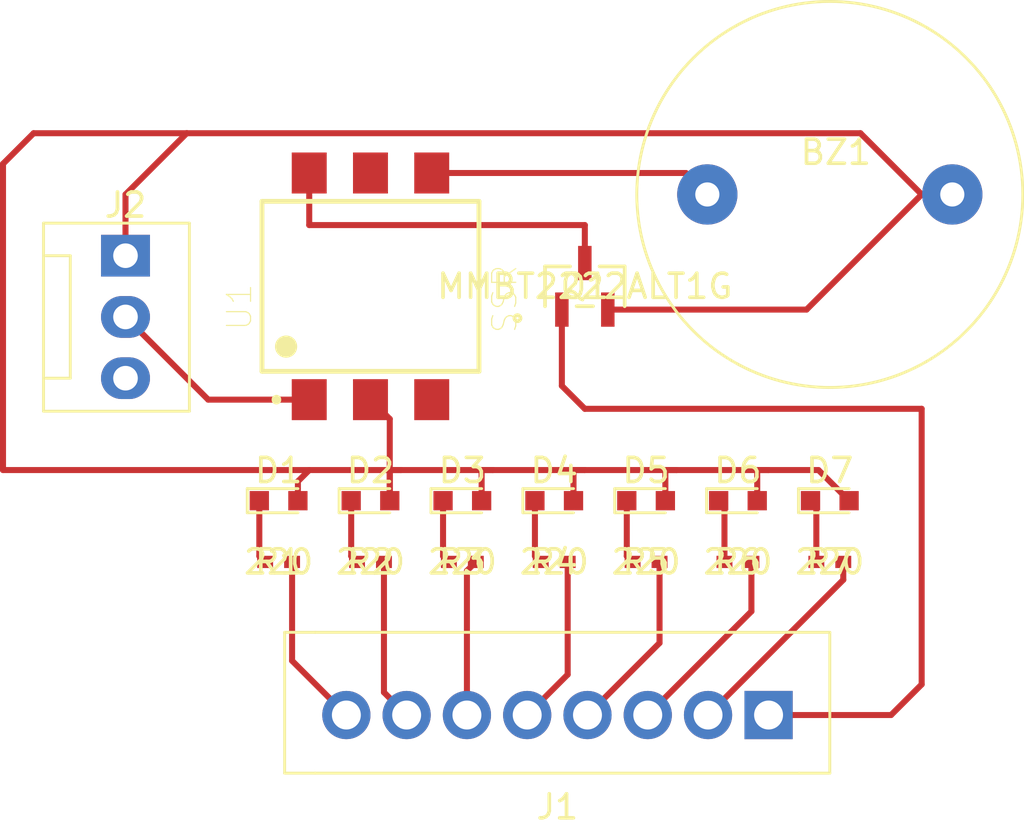
<source format=kicad_pcb>
(kicad_pcb (version 4) (host pcbnew 4.0.6)

  (general
    (links 28)
    (no_connects 0)
    (area 0 0 0 0)
    (thickness 1.6)
    (drawings 3)
    (tracks 73)
    (zones 0)
    (modules 19)
    (nets 23)
  )

  (page A4)
  (layers
    (0 F.Cu signal)
    (31 B.Cu signal)
    (32 B.Adhes user)
    (33 F.Adhes user)
    (34 B.Paste user)
    (35 F.Paste user)
    (36 B.SilkS user)
    (37 F.SilkS user)
    (38 B.Mask user)
    (39 F.Mask user)
    (40 Dwgs.User user)
    (41 Cmts.User user)
    (42 Eco1.User user)
    (43 Eco2.User user)
    (44 Edge.Cuts user)
    (45 Margin user)
    (46 B.CrtYd user)
    (47 F.CrtYd user)
    (48 B.Fab user)
    (49 F.Fab user hide)
  )

  (setup
    (last_trace_width 0.25)
    (trace_clearance 0.2)
    (zone_clearance 0.508)
    (zone_45_only no)
    (trace_min 0.2)
    (segment_width 0.2)
    (edge_width 0.15)
    (via_size 0.6)
    (via_drill 0.4)
    (via_min_size 0.4)
    (via_min_drill 0.3)
    (uvia_size 0.3)
    (uvia_drill 0.1)
    (uvias_allowed no)
    (uvia_min_size 0.2)
    (uvia_min_drill 0.1)
    (pcb_text_width 0.3)
    (pcb_text_size 1.5 1.5)
    (mod_edge_width 0.15)
    (mod_text_size 1 1)
    (mod_text_width 0.15)
    (pad_size 1.524 1.524)
    (pad_drill 0.762)
    (pad_to_mask_clearance 0.2)
    (aux_axis_origin 0 0)
    (visible_elements FFFFFF7F)
    (pcbplotparams
      (layerselection 0x00030_80000001)
      (usegerberextensions false)
      (excludeedgelayer true)
      (linewidth 0.100000)
      (plotframeref false)
      (viasonmask false)
      (mode 1)
      (useauxorigin false)
      (hpglpennumber 1)
      (hpglpenspeed 20)
      (hpglpendiameter 15)
      (hpglpenoverlay 2)
      (psnegative false)
      (psa4output false)
      (plotreference true)
      (plotvalue true)
      (plotinvisibletext false)
      (padsonsilk false)
      (subtractmaskfromsilk false)
      (outputformat 1)
      (mirror false)
      (drillshape 1)
      (scaleselection 1)
      (outputdirectory ""))
  )

  (net 0 "")
  (net 1 GND)
  (net 2 /buzzer)
  (net 3 "Net-(D1-Pad1)")
  (net 4 "Net-(D2-Pad1)")
  (net 5 "Net-(D3-Pad1)")
  (net 6 "Net-(D4-Pad1)")
  (net 7 "Net-(D5-Pad1)")
  (net 8 "Net-(D6-Pad1)")
  (net 9 "Net-(D7-Pad1)")
  (net 10 /A7)
  (net 11 /A6)
  (net 12 /A5)
  (net 13 /A4)
  (net 14 /A3)
  (net 15 /A2)
  (net 16 /A1)
  (net 17 /A0)
  (net 18 /24V)
  (net 19 "Net-(J2-Pad3)")
  (net 20 /Collector)
  (net 21 "Net-(U1-Pad3)")
  (net 22 "Net-(U1-Pad5)")

  (net_class Default "This is the default net class."
    (clearance 0.2)
    (trace_width 0.25)
    (via_dia 0.6)
    (via_drill 0.4)
    (uvia_dia 0.3)
    (uvia_drill 0.1)
    (add_net /24V)
    (add_net /A0)
    (add_net /A1)
    (add_net /A2)
    (add_net /A3)
    (add_net /A4)
    (add_net /A5)
    (add_net /A6)
    (add_net /A7)
    (add_net /Collector)
    (add_net /buzzer)
    (add_net GND)
    (add_net "Net-(D1-Pad1)")
    (add_net "Net-(D2-Pad1)")
    (add_net "Net-(D3-Pad1)")
    (add_net "Net-(D4-Pad1)")
    (add_net "Net-(D5-Pad1)")
    (add_net "Net-(D6-Pad1)")
    (add_net "Net-(D7-Pad1)")
    (add_net "Net-(J2-Pad3)")
    (add_net "Net-(U1-Pad3)")
    (add_net "Net-(U1-Pad5)")
  )

  (module Buzzers_Beepers:BUZZER (layer F.Cu) (tedit 0) (tstamp 59701129)
    (at 185.42 90.17)
    (path /596D4EEB)
    (fp_text reference BZ1 (at 0.24892 -1.75006) (layer F.SilkS)
      (effects (font (size 1 1) (thickness 0.15)))
    )
    (fp_text value Buzzer (at 0 1.50114) (layer F.Fab)
      (effects (font (size 1 1) (thickness 0.15)))
    )
    (fp_circle (center 0 0) (end 8.001 0.24892) (layer F.SilkS) (width 0.12))
    (pad 2 thru_hole circle (at 5.08 0) (size 2.49936 2.49936) (drill 1.00076) (layers *.Cu *.Mask)
      (net 1 GND))
    (pad 1 thru_hole circle (at -5.08 0) (size 2.49936 2.49936) (drill 1.00076) (layers *.Cu *.Mask)
      (net 2 /buzzer))
  )

  (module LEDs:LED_0603 (layer F.Cu) (tedit 57FE93A5) (tstamp 5970112F)
    (at 162.56 102.87)
    (descr "LED 0603 smd package")
    (tags "LED led 0603 SMD smd SMT smt smdled SMDLED smtled SMTLED")
    (path /596D1E1C)
    (attr smd)
    (fp_text reference D1 (at 0 -1.25) (layer F.SilkS)
      (effects (font (size 1 1) (thickness 0.15)))
    )
    (fp_text value LED (at 0 1.35) (layer F.Fab)
      (effects (font (size 1 1) (thickness 0.15)))
    )
    (fp_line (start -1.3 -0.5) (end -1.3 0.5) (layer F.SilkS) (width 0.12))
    (fp_line (start -0.2 -0.2) (end -0.2 0.2) (layer F.Fab) (width 0.1))
    (fp_line (start -0.15 0) (end 0.15 -0.2) (layer F.Fab) (width 0.1))
    (fp_line (start 0.15 0.2) (end -0.15 0) (layer F.Fab) (width 0.1))
    (fp_line (start 0.15 -0.2) (end 0.15 0.2) (layer F.Fab) (width 0.1))
    (fp_line (start 0.8 0.4) (end -0.8 0.4) (layer F.Fab) (width 0.1))
    (fp_line (start 0.8 -0.4) (end 0.8 0.4) (layer F.Fab) (width 0.1))
    (fp_line (start -0.8 -0.4) (end 0.8 -0.4) (layer F.Fab) (width 0.1))
    (fp_line (start -0.8 0.4) (end -0.8 -0.4) (layer F.Fab) (width 0.1))
    (fp_line (start -1.3 0.5) (end 0.8 0.5) (layer F.SilkS) (width 0.12))
    (fp_line (start -1.3 -0.5) (end 0.8 -0.5) (layer F.SilkS) (width 0.12))
    (fp_line (start 1.45 -0.65) (end 1.45 0.65) (layer F.CrtYd) (width 0.05))
    (fp_line (start 1.45 0.65) (end -1.45 0.65) (layer F.CrtYd) (width 0.05))
    (fp_line (start -1.45 0.65) (end -1.45 -0.65) (layer F.CrtYd) (width 0.05))
    (fp_line (start -1.45 -0.65) (end 1.45 -0.65) (layer F.CrtYd) (width 0.05))
    (pad 2 smd rect (at 0.8 0 180) (size 0.8 0.8) (layers F.Cu F.Paste F.Mask)
      (net 1 GND))
    (pad 1 smd rect (at -0.8 0 180) (size 0.8 0.8) (layers F.Cu F.Paste F.Mask)
      (net 3 "Net-(D1-Pad1)"))
    (model ${KISYS3DMOD}/LEDs.3dshapes/LED_0603.wrl
      (at (xyz 0 0 0))
      (scale (xyz 1 1 1))
      (rotate (xyz 0 0 180))
    )
  )

  (module LEDs:LED_0603 (layer F.Cu) (tedit 57FE93A5) (tstamp 59701135)
    (at 166.37 102.87)
    (descr "LED 0603 smd package")
    (tags "LED led 0603 SMD smd SMT smt smdled SMDLED smtled SMTLED")
    (path /596D20A6)
    (attr smd)
    (fp_text reference D2 (at 0 -1.25) (layer F.SilkS)
      (effects (font (size 1 1) (thickness 0.15)))
    )
    (fp_text value LED (at 0 1.35) (layer F.Fab)
      (effects (font (size 1 1) (thickness 0.15)))
    )
    (fp_line (start -1.3 -0.5) (end -1.3 0.5) (layer F.SilkS) (width 0.12))
    (fp_line (start -0.2 -0.2) (end -0.2 0.2) (layer F.Fab) (width 0.1))
    (fp_line (start -0.15 0) (end 0.15 -0.2) (layer F.Fab) (width 0.1))
    (fp_line (start 0.15 0.2) (end -0.15 0) (layer F.Fab) (width 0.1))
    (fp_line (start 0.15 -0.2) (end 0.15 0.2) (layer F.Fab) (width 0.1))
    (fp_line (start 0.8 0.4) (end -0.8 0.4) (layer F.Fab) (width 0.1))
    (fp_line (start 0.8 -0.4) (end 0.8 0.4) (layer F.Fab) (width 0.1))
    (fp_line (start -0.8 -0.4) (end 0.8 -0.4) (layer F.Fab) (width 0.1))
    (fp_line (start -0.8 0.4) (end -0.8 -0.4) (layer F.Fab) (width 0.1))
    (fp_line (start -1.3 0.5) (end 0.8 0.5) (layer F.SilkS) (width 0.12))
    (fp_line (start -1.3 -0.5) (end 0.8 -0.5) (layer F.SilkS) (width 0.12))
    (fp_line (start 1.45 -0.65) (end 1.45 0.65) (layer F.CrtYd) (width 0.05))
    (fp_line (start 1.45 0.65) (end -1.45 0.65) (layer F.CrtYd) (width 0.05))
    (fp_line (start -1.45 0.65) (end -1.45 -0.65) (layer F.CrtYd) (width 0.05))
    (fp_line (start -1.45 -0.65) (end 1.45 -0.65) (layer F.CrtYd) (width 0.05))
    (pad 2 smd rect (at 0.8 0 180) (size 0.8 0.8) (layers F.Cu F.Paste F.Mask)
      (net 1 GND))
    (pad 1 smd rect (at -0.8 0 180) (size 0.8 0.8) (layers F.Cu F.Paste F.Mask)
      (net 4 "Net-(D2-Pad1)"))
    (model ${KISYS3DMOD}/LEDs.3dshapes/LED_0603.wrl
      (at (xyz 0 0 0))
      (scale (xyz 1 1 1))
      (rotate (xyz 0 0 180))
    )
  )

  (module LEDs:LED_0603 (layer F.Cu) (tedit 57FE93A5) (tstamp 5970113B)
    (at 170.18 102.87)
    (descr "LED 0603 smd package")
    (tags "LED led 0603 SMD smd SMT smt smdled SMDLED smtled SMTLED")
    (path /596D219F)
    (attr smd)
    (fp_text reference D3 (at 0 -1.25) (layer F.SilkS)
      (effects (font (size 1 1) (thickness 0.15)))
    )
    (fp_text value LED (at 0 1.35) (layer F.Fab)
      (effects (font (size 1 1) (thickness 0.15)))
    )
    (fp_line (start -1.3 -0.5) (end -1.3 0.5) (layer F.SilkS) (width 0.12))
    (fp_line (start -0.2 -0.2) (end -0.2 0.2) (layer F.Fab) (width 0.1))
    (fp_line (start -0.15 0) (end 0.15 -0.2) (layer F.Fab) (width 0.1))
    (fp_line (start 0.15 0.2) (end -0.15 0) (layer F.Fab) (width 0.1))
    (fp_line (start 0.15 -0.2) (end 0.15 0.2) (layer F.Fab) (width 0.1))
    (fp_line (start 0.8 0.4) (end -0.8 0.4) (layer F.Fab) (width 0.1))
    (fp_line (start 0.8 -0.4) (end 0.8 0.4) (layer F.Fab) (width 0.1))
    (fp_line (start -0.8 -0.4) (end 0.8 -0.4) (layer F.Fab) (width 0.1))
    (fp_line (start -0.8 0.4) (end -0.8 -0.4) (layer F.Fab) (width 0.1))
    (fp_line (start -1.3 0.5) (end 0.8 0.5) (layer F.SilkS) (width 0.12))
    (fp_line (start -1.3 -0.5) (end 0.8 -0.5) (layer F.SilkS) (width 0.12))
    (fp_line (start 1.45 -0.65) (end 1.45 0.65) (layer F.CrtYd) (width 0.05))
    (fp_line (start 1.45 0.65) (end -1.45 0.65) (layer F.CrtYd) (width 0.05))
    (fp_line (start -1.45 0.65) (end -1.45 -0.65) (layer F.CrtYd) (width 0.05))
    (fp_line (start -1.45 -0.65) (end 1.45 -0.65) (layer F.CrtYd) (width 0.05))
    (pad 2 smd rect (at 0.8 0 180) (size 0.8 0.8) (layers F.Cu F.Paste F.Mask)
      (net 1 GND))
    (pad 1 smd rect (at -0.8 0 180) (size 0.8 0.8) (layers F.Cu F.Paste F.Mask)
      (net 5 "Net-(D3-Pad1)"))
    (model ${KISYS3DMOD}/LEDs.3dshapes/LED_0603.wrl
      (at (xyz 0 0 0))
      (scale (xyz 1 1 1))
      (rotate (xyz 0 0 180))
    )
  )

  (module LEDs:LED_0603 (layer F.Cu) (tedit 57FE93A5) (tstamp 59701141)
    (at 173.99 102.87)
    (descr "LED 0603 smd package")
    (tags "LED led 0603 SMD smd SMT smt smdled SMDLED smtled SMTLED")
    (path /596D223A)
    (attr smd)
    (fp_text reference D4 (at 0 -1.25) (layer F.SilkS)
      (effects (font (size 1 1) (thickness 0.15)))
    )
    (fp_text value LED (at 0 1.35) (layer F.Fab)
      (effects (font (size 1 1) (thickness 0.15)))
    )
    (fp_line (start -1.3 -0.5) (end -1.3 0.5) (layer F.SilkS) (width 0.12))
    (fp_line (start -0.2 -0.2) (end -0.2 0.2) (layer F.Fab) (width 0.1))
    (fp_line (start -0.15 0) (end 0.15 -0.2) (layer F.Fab) (width 0.1))
    (fp_line (start 0.15 0.2) (end -0.15 0) (layer F.Fab) (width 0.1))
    (fp_line (start 0.15 -0.2) (end 0.15 0.2) (layer F.Fab) (width 0.1))
    (fp_line (start 0.8 0.4) (end -0.8 0.4) (layer F.Fab) (width 0.1))
    (fp_line (start 0.8 -0.4) (end 0.8 0.4) (layer F.Fab) (width 0.1))
    (fp_line (start -0.8 -0.4) (end 0.8 -0.4) (layer F.Fab) (width 0.1))
    (fp_line (start -0.8 0.4) (end -0.8 -0.4) (layer F.Fab) (width 0.1))
    (fp_line (start -1.3 0.5) (end 0.8 0.5) (layer F.SilkS) (width 0.12))
    (fp_line (start -1.3 -0.5) (end 0.8 -0.5) (layer F.SilkS) (width 0.12))
    (fp_line (start 1.45 -0.65) (end 1.45 0.65) (layer F.CrtYd) (width 0.05))
    (fp_line (start 1.45 0.65) (end -1.45 0.65) (layer F.CrtYd) (width 0.05))
    (fp_line (start -1.45 0.65) (end -1.45 -0.65) (layer F.CrtYd) (width 0.05))
    (fp_line (start -1.45 -0.65) (end 1.45 -0.65) (layer F.CrtYd) (width 0.05))
    (pad 2 smd rect (at 0.8 0 180) (size 0.8 0.8) (layers F.Cu F.Paste F.Mask)
      (net 1 GND))
    (pad 1 smd rect (at -0.8 0 180) (size 0.8 0.8) (layers F.Cu F.Paste F.Mask)
      (net 6 "Net-(D4-Pad1)"))
    (model ${KISYS3DMOD}/LEDs.3dshapes/LED_0603.wrl
      (at (xyz 0 0 0))
      (scale (xyz 1 1 1))
      (rotate (xyz 0 0 180))
    )
  )

  (module LEDs:LED_0603 (layer F.Cu) (tedit 57FE93A5) (tstamp 59701147)
    (at 177.8 102.87)
    (descr "LED 0603 smd package")
    (tags "LED led 0603 SMD smd SMT smt smdled SMDLED smtled SMTLED")
    (path /596D2295)
    (attr smd)
    (fp_text reference D5 (at 0 -1.25) (layer F.SilkS)
      (effects (font (size 1 1) (thickness 0.15)))
    )
    (fp_text value LED (at 0 1.35) (layer F.Fab)
      (effects (font (size 1 1) (thickness 0.15)))
    )
    (fp_line (start -1.3 -0.5) (end -1.3 0.5) (layer F.SilkS) (width 0.12))
    (fp_line (start -0.2 -0.2) (end -0.2 0.2) (layer F.Fab) (width 0.1))
    (fp_line (start -0.15 0) (end 0.15 -0.2) (layer F.Fab) (width 0.1))
    (fp_line (start 0.15 0.2) (end -0.15 0) (layer F.Fab) (width 0.1))
    (fp_line (start 0.15 -0.2) (end 0.15 0.2) (layer F.Fab) (width 0.1))
    (fp_line (start 0.8 0.4) (end -0.8 0.4) (layer F.Fab) (width 0.1))
    (fp_line (start 0.8 -0.4) (end 0.8 0.4) (layer F.Fab) (width 0.1))
    (fp_line (start -0.8 -0.4) (end 0.8 -0.4) (layer F.Fab) (width 0.1))
    (fp_line (start -0.8 0.4) (end -0.8 -0.4) (layer F.Fab) (width 0.1))
    (fp_line (start -1.3 0.5) (end 0.8 0.5) (layer F.SilkS) (width 0.12))
    (fp_line (start -1.3 -0.5) (end 0.8 -0.5) (layer F.SilkS) (width 0.12))
    (fp_line (start 1.45 -0.65) (end 1.45 0.65) (layer F.CrtYd) (width 0.05))
    (fp_line (start 1.45 0.65) (end -1.45 0.65) (layer F.CrtYd) (width 0.05))
    (fp_line (start -1.45 0.65) (end -1.45 -0.65) (layer F.CrtYd) (width 0.05))
    (fp_line (start -1.45 -0.65) (end 1.45 -0.65) (layer F.CrtYd) (width 0.05))
    (pad 2 smd rect (at 0.8 0 180) (size 0.8 0.8) (layers F.Cu F.Paste F.Mask)
      (net 1 GND))
    (pad 1 smd rect (at -0.8 0 180) (size 0.8 0.8) (layers F.Cu F.Paste F.Mask)
      (net 7 "Net-(D5-Pad1)"))
    (model ${KISYS3DMOD}/LEDs.3dshapes/LED_0603.wrl
      (at (xyz 0 0 0))
      (scale (xyz 1 1 1))
      (rotate (xyz 0 0 180))
    )
  )

  (module LEDs:LED_0603 (layer F.Cu) (tedit 57FE93A5) (tstamp 5970114D)
    (at 181.61 102.87)
    (descr "LED 0603 smd package")
    (tags "LED led 0603 SMD smd SMT smt smdled SMDLED smtled SMTLED")
    (path /596D22EE)
    (attr smd)
    (fp_text reference D6 (at 0 -1.25) (layer F.SilkS)
      (effects (font (size 1 1) (thickness 0.15)))
    )
    (fp_text value LED (at 0 1.35) (layer F.Fab)
      (effects (font (size 1 1) (thickness 0.15)))
    )
    (fp_line (start -1.3 -0.5) (end -1.3 0.5) (layer F.SilkS) (width 0.12))
    (fp_line (start -0.2 -0.2) (end -0.2 0.2) (layer F.Fab) (width 0.1))
    (fp_line (start -0.15 0) (end 0.15 -0.2) (layer F.Fab) (width 0.1))
    (fp_line (start 0.15 0.2) (end -0.15 0) (layer F.Fab) (width 0.1))
    (fp_line (start 0.15 -0.2) (end 0.15 0.2) (layer F.Fab) (width 0.1))
    (fp_line (start 0.8 0.4) (end -0.8 0.4) (layer F.Fab) (width 0.1))
    (fp_line (start 0.8 -0.4) (end 0.8 0.4) (layer F.Fab) (width 0.1))
    (fp_line (start -0.8 -0.4) (end 0.8 -0.4) (layer F.Fab) (width 0.1))
    (fp_line (start -0.8 0.4) (end -0.8 -0.4) (layer F.Fab) (width 0.1))
    (fp_line (start -1.3 0.5) (end 0.8 0.5) (layer F.SilkS) (width 0.12))
    (fp_line (start -1.3 -0.5) (end 0.8 -0.5) (layer F.SilkS) (width 0.12))
    (fp_line (start 1.45 -0.65) (end 1.45 0.65) (layer F.CrtYd) (width 0.05))
    (fp_line (start 1.45 0.65) (end -1.45 0.65) (layer F.CrtYd) (width 0.05))
    (fp_line (start -1.45 0.65) (end -1.45 -0.65) (layer F.CrtYd) (width 0.05))
    (fp_line (start -1.45 -0.65) (end 1.45 -0.65) (layer F.CrtYd) (width 0.05))
    (pad 2 smd rect (at 0.8 0 180) (size 0.8 0.8) (layers F.Cu F.Paste F.Mask)
      (net 1 GND))
    (pad 1 smd rect (at -0.8 0 180) (size 0.8 0.8) (layers F.Cu F.Paste F.Mask)
      (net 8 "Net-(D6-Pad1)"))
    (model ${KISYS3DMOD}/LEDs.3dshapes/LED_0603.wrl
      (at (xyz 0 0 0))
      (scale (xyz 1 1 1))
      (rotate (xyz 0 0 180))
    )
  )

  (module LEDs:LED_0603 (layer F.Cu) (tedit 57FE93A5) (tstamp 59701153)
    (at 185.42 102.87)
    (descr "LED 0603 smd package")
    (tags "LED led 0603 SMD smd SMT smt smdled SMDLED smtled SMTLED")
    (path /596D233D)
    (attr smd)
    (fp_text reference D7 (at 0 -1.25) (layer F.SilkS)
      (effects (font (size 1 1) (thickness 0.15)))
    )
    (fp_text value LED (at 0 1.35) (layer F.Fab)
      (effects (font (size 1 1) (thickness 0.15)))
    )
    (fp_line (start -1.3 -0.5) (end -1.3 0.5) (layer F.SilkS) (width 0.12))
    (fp_line (start -0.2 -0.2) (end -0.2 0.2) (layer F.Fab) (width 0.1))
    (fp_line (start -0.15 0) (end 0.15 -0.2) (layer F.Fab) (width 0.1))
    (fp_line (start 0.15 0.2) (end -0.15 0) (layer F.Fab) (width 0.1))
    (fp_line (start 0.15 -0.2) (end 0.15 0.2) (layer F.Fab) (width 0.1))
    (fp_line (start 0.8 0.4) (end -0.8 0.4) (layer F.Fab) (width 0.1))
    (fp_line (start 0.8 -0.4) (end 0.8 0.4) (layer F.Fab) (width 0.1))
    (fp_line (start -0.8 -0.4) (end 0.8 -0.4) (layer F.Fab) (width 0.1))
    (fp_line (start -0.8 0.4) (end -0.8 -0.4) (layer F.Fab) (width 0.1))
    (fp_line (start -1.3 0.5) (end 0.8 0.5) (layer F.SilkS) (width 0.12))
    (fp_line (start -1.3 -0.5) (end 0.8 -0.5) (layer F.SilkS) (width 0.12))
    (fp_line (start 1.45 -0.65) (end 1.45 0.65) (layer F.CrtYd) (width 0.05))
    (fp_line (start 1.45 0.65) (end -1.45 0.65) (layer F.CrtYd) (width 0.05))
    (fp_line (start -1.45 0.65) (end -1.45 -0.65) (layer F.CrtYd) (width 0.05))
    (fp_line (start -1.45 -0.65) (end 1.45 -0.65) (layer F.CrtYd) (width 0.05))
    (pad 2 smd rect (at 0.8 0 180) (size 0.8 0.8) (layers F.Cu F.Paste F.Mask)
      (net 1 GND))
    (pad 1 smd rect (at -0.8 0 180) (size 0.8 0.8) (layers F.Cu F.Paste F.Mask)
      (net 9 "Net-(D7-Pad1)"))
    (model ${KISYS3DMOD}/LEDs.3dshapes/LED_0603.wrl
      (at (xyz 0 0 0))
      (scale (xyz 1 1 1))
      (rotate (xyz 0 0 180))
    )
  )

  (module Connectors:Wafer_Vertical22.5x5.8x7RM2.5-8 (layer F.Cu) (tedit 556C2AC9) (tstamp 5970115F)
    (at 182.88 111.76 180)
    (descr "Gold-Tek vertical wafer connector with 2.5mm pitch")
    (tags "wafer connector vertical")
    (path /59700BBF)
    (fp_text reference J1 (at 8.76 -3.81 180) (layer F.SilkS)
      (effects (font (size 1 1) (thickness 0.15)))
    )
    (fp_text value CONN_01X08 (at 8.76 5.08 180) (layer F.Fab)
      (effects (font (size 1 1) (thickness 0.15)))
    )
    (fp_line (start -2.75 -2.75) (end 20.3 -2.75) (layer F.CrtYd) (width 0.05))
    (fp_line (start 20.3 -2.75) (end 20.3 3.8) (layer F.CrtYd) (width 0.05))
    (fp_line (start 20.3 3.8) (end -2.75 3.8) (layer F.CrtYd) (width 0.05))
    (fp_line (start -2.75 3.8) (end -2.75 -2.75) (layer F.CrtYd) (width 0.05))
    (fp_line (start -1.27 -2.41) (end -2.54 -2.41) (layer F.SilkS) (width 0.12))
    (fp_line (start -2.54 -2.41) (end -2.54 3.43) (layer F.SilkS) (width 0.12))
    (fp_line (start -2.54 3.43) (end -1.27 3.43) (layer F.SilkS) (width 0.12))
    (fp_line (start 18.8 -2.41) (end 20.07 -2.41) (layer F.SilkS) (width 0.12))
    (fp_line (start 18.8 3.43) (end 20.07 3.43) (layer F.SilkS) (width 0.12))
    (fp_line (start 20.07 -2.41) (end 20.07 3.43) (layer F.SilkS) (width 0.12))
    (fp_line (start -1.27 3.43) (end 18.8 3.43) (layer F.SilkS) (width 0.12))
    (fp_line (start 18.8 -2.41) (end -1.27 -2.41) (layer F.SilkS) (width 0.12))
    (pad 1 thru_hole rect (at 0 0 180) (size 2 2) (drill 1.2) (layers *.Cu *.Mask)
      (net 10 /A7))
    (pad 2 thru_hole circle (at 2.51 0 180) (size 2 2) (drill 1.2) (layers *.Cu *.Mask)
      (net 11 /A6))
    (pad 3 thru_hole circle (at 5.01 0 180) (size 2 2) (drill 1.2) (layers *.Cu *.Mask)
      (net 12 /A5))
    (pad 4 thru_hole circle (at 7.51 0 180) (size 2 2) (drill 1.2) (layers *.Cu *.Mask)
      (net 13 /A4))
    (pad 5 thru_hole circle (at 10.01 0 180) (size 2 2) (drill 1.2) (layers *.Cu *.Mask)
      (net 14 /A3))
    (pad 6 thru_hole circle (at 12.51 0 180) (size 2 2) (drill 1.2) (layers *.Cu *.Mask)
      (net 15 /A2))
    (pad 7 thru_hole circle (at 15.01 0 180) (size 2 2) (drill 1.2) (layers *.Cu *.Mask)
      (net 16 /A1))
    (pad 8 thru_hole circle (at 17.51 0 180) (size 2 2) (drill 1.2) (layers *.Cu *.Mask)
      (net 17 /A0))
    (model Connectors.3dshapes/Wafer_Vertical22.5x5.8x7RM2.5-8.wrl
      (at (xyz 0 0 0))
      (scale (xyz 4 4 4))
      (rotate (xyz 0 0 0))
    )
  )

  (module Connectors:Fan_Pin_Header_Straight_1x03 (layer F.Cu) (tedit 58130A41) (tstamp 59701166)
    (at 156.21 92.71)
    (descr "3-pin CPU fan Through hole pin header")
    (tags "pin header 3-pin CPU fan")
    (path /59701DD9)
    (fp_text reference J2 (at 0 -2.1) (layer F.SilkS)
      (effects (font (size 1 1) (thickness 0.15)))
    )
    (fp_text value CONN_01X03 (at 0 7.25) (layer F.Fab)
      (effects (font (size 1 1) (thickness 0.15)))
    )
    (fp_text user %R (at 0 -2.1) (layer F.Fab)
      (effects (font (size 1 1) (thickness 0.15)))
    )
    (fp_line (start -3.4 -1.35) (end 2.65 -1.35) (layer F.SilkS) (width 0.12))
    (fp_line (start 2.65 -1.35) (end 2.65 6.45) (layer F.SilkS) (width 0.12))
    (fp_line (start 2.65 6.45) (end -3.4 6.45) (layer F.SilkS) (width 0.12))
    (fp_line (start -3.4 6.45) (end -3.4 -1.35) (layer F.SilkS) (width 0.12))
    (fp_line (start -3.3 5.05) (end -2.3 5.05) (layer F.Fab) (width 0.1))
    (fp_line (start -2.3 5.05) (end -2.3 0) (layer F.Fab) (width 0.1))
    (fp_line (start -2.3 0) (end -3.3 0) (layer F.Fab) (width 0.1))
    (fp_line (start -3.3 -1.25) (end 2.55 -1.25) (layer F.Fab) (width 0.1))
    (fp_line (start 2.55 -1.25) (end 2.55 6.35) (layer F.Fab) (width 0.1))
    (fp_line (start 2.55 6.35) (end -3.3 6.35) (layer F.Fab) (width 0.1))
    (fp_line (start -3.3 6.35) (end -3.3 -1.25) (layer F.Fab) (width 0.1))
    (fp_line (start -3.3 0) (end -2.29 0) (layer F.SilkS) (width 0.12))
    (fp_line (start -2.29 0) (end -2.29 5.08) (layer F.SilkS) (width 0.12))
    (fp_line (start -2.29 5.08) (end -3.3 5.08) (layer F.SilkS) (width 0.12))
    (fp_line (start -3.8 -1.75) (end 3.05 -1.75) (layer F.CrtYd) (width 0.05))
    (fp_line (start -3.8 -1.75) (end -3.8 6.85) (layer F.CrtYd) (width 0.05))
    (fp_line (start 3.05 6.85) (end 3.05 -1.75) (layer F.CrtYd) (width 0.05))
    (fp_line (start 3.05 6.85) (end -3.8 6.85) (layer F.CrtYd) (width 0.05))
    (pad 1 thru_hole rect (at 0 0) (size 2.03 1.73) (drill 1.02) (layers *.Cu *.Mask)
      (net 1 GND))
    (pad 2 thru_hole oval (at 0 2.54) (size 2.03 1.73) (drill 1.02) (layers *.Cu *.Mask)
      (net 18 /24V))
    (pad 3 thru_hole oval (at 0 5.08) (size 2.03 1.73) (drill 1.02) (layers *.Cu *.Mask)
      (net 19 "Net-(J2-Pad3)"))
    (model Connectors.3dshapes\Fan_Pin_Header_Straight_1x03.wrl
      (at (xyz 0 0 0))
      (scale (xyz 0.39 0.39 0.39))
      (rotate (xyz 0 0 -90))
    )
  )

  (module foot:MMBF170LT1G (layer F.Cu) (tedit 0) (tstamp 5970116D)
    (at 175.26 93.98)
    (path /596D3EC1)
    (fp_text reference Q1 (at 0 0) (layer F.SilkS)
      (effects (font (size 1 1) (thickness 0.15)))
    )
    (fp_text value MMBT2222ALT1G (at 0 0) (layer F.SilkS)
      (effects (font (size 1 1) (thickness 0.15)))
    )
    (fp_text user "Copyright 2016 Accelerated Designs. All rights reserved." (at 0 0) (layer Cmts.User)
      (effects (font (size 0.127 0.127) (thickness 0.002)))
    )
    (fp_line (start -0.6985 0.6985) (end -1.2065 0.6985) (layer Dwgs.User) (width 0.1524))
    (fp_line (start -1.2065 0.6985) (end -1.2065 1.3208) (layer Dwgs.User) (width 0.1524))
    (fp_line (start -1.2065 1.3208) (end -0.6985 1.3208) (layer Dwgs.User) (width 0.1524))
    (fp_line (start -0.6985 1.3208) (end -0.6985 0.6985) (layer Dwgs.User) (width 0.1524))
    (fp_line (start 1.2065 0.6985) (end 0.6985 0.6985) (layer Dwgs.User) (width 0.1524))
    (fp_line (start 0.6985 0.6985) (end 0.6985 1.3208) (layer Dwgs.User) (width 0.1524))
    (fp_line (start 0.6985 1.3208) (end 1.2065 1.3208) (layer Dwgs.User) (width 0.1524))
    (fp_line (start 1.2065 1.3208) (end 1.2065 0.6985) (layer Dwgs.User) (width 0.1524))
    (fp_line (start -0.254 -0.6985) (end 0.254 -0.6985) (layer Dwgs.User) (width 0.1524))
    (fp_line (start 0.254 -0.6985) (end 0.254 -1.3208) (layer Dwgs.User) (width 0.1524))
    (fp_line (start 0.254 -1.3208) (end -0.254 -1.3208) (layer Dwgs.User) (width 0.1524))
    (fp_line (start -0.254 -1.3208) (end -0.254 -0.6985) (layer Dwgs.User) (width 0.1524))
    (fp_line (start -0.34036 0.8255) (end 0.34036 0.8255) (layer F.SilkS) (width 0.1524))
    (fp_line (start 1.651 0.8255) (end 1.651 -0.8255) (layer F.SilkS) (width 0.1524))
    (fp_line (start 1.651 -0.8255) (end 0.61214 -0.8255) (layer F.SilkS) (width 0.1524))
    (fp_line (start -1.651 -0.8255) (end -1.651 0.8255) (layer F.SilkS) (width 0.1524))
    (fp_line (start -1.524 0.6985) (end 1.524 0.6985) (layer Dwgs.User) (width 0.1524))
    (fp_line (start 1.524 0.6985) (end 1.524 -0.6985) (layer Dwgs.User) (width 0.1524))
    (fp_line (start 1.524 -0.6985) (end -1.524 -0.6985) (layer Dwgs.User) (width 0.1524))
    (fp_line (start -1.524 -0.6985) (end -1.524 0.6985) (layer Dwgs.User) (width 0.1524))
    (fp_line (start -0.61214 -0.8255) (end -1.651 -0.8255) (layer F.SilkS) (width 0.1524))
    (fp_circle (center -1.27 0.4445) (end -1.143 0.4445) (layer Dwgs.User) (width 0.1524))
    (fp_circle (center -2.794 1.3208) (end -2.667 1.3208) (layer F.SilkS) (width 0.1524))
    (pad 1 smd rect (at -0.9525 0.9652) (size 0.5588 1.4224) (layers F.Cu)
      (net 10 /A7))
    (pad 2 smd rect (at 0.9525 0.9652) (size 0.5588 1.4224) (layers F.Cu)
      (net 1 GND))
    (pad 3 smd rect (at 0 -0.9652) (size 0.5588 1.4224) (layers F.Cu)
      (net 20 /Collector))
  )

  (module footprints:RC0402FR-072K2L (layer F.Cu) (tedit 0) (tstamp 59701173)
    (at 162.56 105.41)
    (path /596D5D3D)
    (fp_text reference R1 (at 0 0) (layer F.SilkS)
      (effects (font (size 1 1) (thickness 0.15)))
    )
    (fp_text value 220 (at 0 0) (layer F.SilkS)
      (effects (font (size 1 1) (thickness 0.15)))
    )
    (fp_text user "Copyright 2016 Accelerated Designs. All rights reserved." (at 0 0) (layer Cmts.User)
      (effects (font (size 0.127 0.127) (thickness 0.002)))
    )
    (fp_line (start -0.2286 0.254) (end -0.2286 -0.254) (layer Dwgs.User) (width 0.1524))
    (fp_line (start -0.2286 -0.254) (end -0.5334 -0.254) (layer Dwgs.User) (width 0.1524))
    (fp_line (start -0.5334 -0.254) (end -0.5334 0.254) (layer Dwgs.User) (width 0.1524))
    (fp_line (start -0.5334 0.254) (end -0.2286 0.254) (layer Dwgs.User) (width 0.1524))
    (fp_line (start 0.2286 -0.254) (end 0.2286 0.254) (layer Dwgs.User) (width 0.1524))
    (fp_line (start 0.2286 0.254) (end 0.5334 0.254) (layer Dwgs.User) (width 0.1524))
    (fp_line (start 0.5334 0.254) (end 0.5334 -0.254) (layer Dwgs.User) (width 0.1524))
    (fp_line (start 0.5334 -0.254) (end 0.2286 -0.254) (layer Dwgs.User) (width 0.1524))
    (fp_line (start -0.5334 0.254) (end 0.5334 0.254) (layer Dwgs.User) (width 0.1524))
    (fp_line (start 0.5334 0.254) (end 0.5334 -0.254) (layer Dwgs.User) (width 0.1524))
    (fp_line (start 0.5334 -0.254) (end -0.5334 -0.254) (layer Dwgs.User) (width 0.1524))
    (fp_line (start -0.5334 -0.254) (end -0.5334 0.254) (layer Dwgs.User) (width 0.1524))
    (pad 1 smd rect (at -0.5588 0) (size 0.6604 0.508) (layers F.Cu)
      (net 3 "Net-(D1-Pad1)"))
    (pad 2 smd rect (at 0.5588 0) (size 0.6604 0.508) (layers F.Cu)
      (net 17 /A0))
  )

  (module footprints:RC0402FR-072K2L (layer F.Cu) (tedit 0) (tstamp 59701179)
    (at 166.37 105.41)
    (path /596D60A3)
    (fp_text reference R2 (at 0 0) (layer F.SilkS)
      (effects (font (size 1 1) (thickness 0.15)))
    )
    (fp_text value 220 (at 0 0) (layer F.SilkS)
      (effects (font (size 1 1) (thickness 0.15)))
    )
    (fp_text user "Copyright 2016 Accelerated Designs. All rights reserved." (at 0 0) (layer Cmts.User)
      (effects (font (size 0.127 0.127) (thickness 0.002)))
    )
    (fp_line (start -0.2286 0.254) (end -0.2286 -0.254) (layer Dwgs.User) (width 0.1524))
    (fp_line (start -0.2286 -0.254) (end -0.5334 -0.254) (layer Dwgs.User) (width 0.1524))
    (fp_line (start -0.5334 -0.254) (end -0.5334 0.254) (layer Dwgs.User) (width 0.1524))
    (fp_line (start -0.5334 0.254) (end -0.2286 0.254) (layer Dwgs.User) (width 0.1524))
    (fp_line (start 0.2286 -0.254) (end 0.2286 0.254) (layer Dwgs.User) (width 0.1524))
    (fp_line (start 0.2286 0.254) (end 0.5334 0.254) (layer Dwgs.User) (width 0.1524))
    (fp_line (start 0.5334 0.254) (end 0.5334 -0.254) (layer Dwgs.User) (width 0.1524))
    (fp_line (start 0.5334 -0.254) (end 0.2286 -0.254) (layer Dwgs.User) (width 0.1524))
    (fp_line (start -0.5334 0.254) (end 0.5334 0.254) (layer Dwgs.User) (width 0.1524))
    (fp_line (start 0.5334 0.254) (end 0.5334 -0.254) (layer Dwgs.User) (width 0.1524))
    (fp_line (start 0.5334 -0.254) (end -0.5334 -0.254) (layer Dwgs.User) (width 0.1524))
    (fp_line (start -0.5334 -0.254) (end -0.5334 0.254) (layer Dwgs.User) (width 0.1524))
    (pad 1 smd rect (at -0.5588 0) (size 0.6604 0.508) (layers F.Cu)
      (net 4 "Net-(D2-Pad1)"))
    (pad 2 smd rect (at 0.5588 0) (size 0.6604 0.508) (layers F.Cu)
      (net 16 /A1))
  )

  (module footprints:RC0402FR-072K2L (layer F.Cu) (tedit 0) (tstamp 5970117F)
    (at 170.18 105.41)
    (path /596D60D6)
    (fp_text reference R3 (at 0 0) (layer F.SilkS)
      (effects (font (size 1 1) (thickness 0.15)))
    )
    (fp_text value 220 (at 0 0) (layer F.SilkS)
      (effects (font (size 1 1) (thickness 0.15)))
    )
    (fp_text user "Copyright 2016 Accelerated Designs. All rights reserved." (at 0 0) (layer Cmts.User)
      (effects (font (size 0.127 0.127) (thickness 0.002)))
    )
    (fp_line (start -0.2286 0.254) (end -0.2286 -0.254) (layer Dwgs.User) (width 0.1524))
    (fp_line (start -0.2286 -0.254) (end -0.5334 -0.254) (layer Dwgs.User) (width 0.1524))
    (fp_line (start -0.5334 -0.254) (end -0.5334 0.254) (layer Dwgs.User) (width 0.1524))
    (fp_line (start -0.5334 0.254) (end -0.2286 0.254) (layer Dwgs.User) (width 0.1524))
    (fp_line (start 0.2286 -0.254) (end 0.2286 0.254) (layer Dwgs.User) (width 0.1524))
    (fp_line (start 0.2286 0.254) (end 0.5334 0.254) (layer Dwgs.User) (width 0.1524))
    (fp_line (start 0.5334 0.254) (end 0.5334 -0.254) (layer Dwgs.User) (width 0.1524))
    (fp_line (start 0.5334 -0.254) (end 0.2286 -0.254) (layer Dwgs.User) (width 0.1524))
    (fp_line (start -0.5334 0.254) (end 0.5334 0.254) (layer Dwgs.User) (width 0.1524))
    (fp_line (start 0.5334 0.254) (end 0.5334 -0.254) (layer Dwgs.User) (width 0.1524))
    (fp_line (start 0.5334 -0.254) (end -0.5334 -0.254) (layer Dwgs.User) (width 0.1524))
    (fp_line (start -0.5334 -0.254) (end -0.5334 0.254) (layer Dwgs.User) (width 0.1524))
    (pad 1 smd rect (at -0.5588 0) (size 0.6604 0.508) (layers F.Cu)
      (net 5 "Net-(D3-Pad1)"))
    (pad 2 smd rect (at 0.5588 0) (size 0.6604 0.508) (layers F.Cu)
      (net 15 /A2))
  )

  (module footprints:RC0402FR-072K2L (layer F.Cu) (tedit 0) (tstamp 59701185)
    (at 173.99 105.41)
    (path /596D610D)
    (fp_text reference R4 (at 0 0) (layer F.SilkS)
      (effects (font (size 1 1) (thickness 0.15)))
    )
    (fp_text value 220 (at 0 0) (layer F.SilkS)
      (effects (font (size 1 1) (thickness 0.15)))
    )
    (fp_text user "Copyright 2016 Accelerated Designs. All rights reserved." (at 0 0) (layer Cmts.User)
      (effects (font (size 0.127 0.127) (thickness 0.002)))
    )
    (fp_line (start -0.2286 0.254) (end -0.2286 -0.254) (layer Dwgs.User) (width 0.1524))
    (fp_line (start -0.2286 -0.254) (end -0.5334 -0.254) (layer Dwgs.User) (width 0.1524))
    (fp_line (start -0.5334 -0.254) (end -0.5334 0.254) (layer Dwgs.User) (width 0.1524))
    (fp_line (start -0.5334 0.254) (end -0.2286 0.254) (layer Dwgs.User) (width 0.1524))
    (fp_line (start 0.2286 -0.254) (end 0.2286 0.254) (layer Dwgs.User) (width 0.1524))
    (fp_line (start 0.2286 0.254) (end 0.5334 0.254) (layer Dwgs.User) (width 0.1524))
    (fp_line (start 0.5334 0.254) (end 0.5334 -0.254) (layer Dwgs.User) (width 0.1524))
    (fp_line (start 0.5334 -0.254) (end 0.2286 -0.254) (layer Dwgs.User) (width 0.1524))
    (fp_line (start -0.5334 0.254) (end 0.5334 0.254) (layer Dwgs.User) (width 0.1524))
    (fp_line (start 0.5334 0.254) (end 0.5334 -0.254) (layer Dwgs.User) (width 0.1524))
    (fp_line (start 0.5334 -0.254) (end -0.5334 -0.254) (layer Dwgs.User) (width 0.1524))
    (fp_line (start -0.5334 -0.254) (end -0.5334 0.254) (layer Dwgs.User) (width 0.1524))
    (pad 1 smd rect (at -0.5588 0) (size 0.6604 0.508) (layers F.Cu)
      (net 6 "Net-(D4-Pad1)"))
    (pad 2 smd rect (at 0.5588 0) (size 0.6604 0.508) (layers F.Cu)
      (net 14 /A3))
  )

  (module footprints:RC0402FR-072K2L (layer F.Cu) (tedit 0) (tstamp 5970118B)
    (at 177.8 105.41)
    (path /596D613E)
    (fp_text reference R5 (at 0 0) (layer F.SilkS)
      (effects (font (size 1 1) (thickness 0.15)))
    )
    (fp_text value 220 (at 0 0) (layer F.SilkS)
      (effects (font (size 1 1) (thickness 0.15)))
    )
    (fp_text user "Copyright 2016 Accelerated Designs. All rights reserved." (at 0 0) (layer Cmts.User)
      (effects (font (size 0.127 0.127) (thickness 0.002)))
    )
    (fp_line (start -0.2286 0.254) (end -0.2286 -0.254) (layer Dwgs.User) (width 0.1524))
    (fp_line (start -0.2286 -0.254) (end -0.5334 -0.254) (layer Dwgs.User) (width 0.1524))
    (fp_line (start -0.5334 -0.254) (end -0.5334 0.254) (layer Dwgs.User) (width 0.1524))
    (fp_line (start -0.5334 0.254) (end -0.2286 0.254) (layer Dwgs.User) (width 0.1524))
    (fp_line (start 0.2286 -0.254) (end 0.2286 0.254) (layer Dwgs.User) (width 0.1524))
    (fp_line (start 0.2286 0.254) (end 0.5334 0.254) (layer Dwgs.User) (width 0.1524))
    (fp_line (start 0.5334 0.254) (end 0.5334 -0.254) (layer Dwgs.User) (width 0.1524))
    (fp_line (start 0.5334 -0.254) (end 0.2286 -0.254) (layer Dwgs.User) (width 0.1524))
    (fp_line (start -0.5334 0.254) (end 0.5334 0.254) (layer Dwgs.User) (width 0.1524))
    (fp_line (start 0.5334 0.254) (end 0.5334 -0.254) (layer Dwgs.User) (width 0.1524))
    (fp_line (start 0.5334 -0.254) (end -0.5334 -0.254) (layer Dwgs.User) (width 0.1524))
    (fp_line (start -0.5334 -0.254) (end -0.5334 0.254) (layer Dwgs.User) (width 0.1524))
    (pad 1 smd rect (at -0.5588 0) (size 0.6604 0.508) (layers F.Cu)
      (net 7 "Net-(D5-Pad1)"))
    (pad 2 smd rect (at 0.5588 0) (size 0.6604 0.508) (layers F.Cu)
      (net 13 /A4))
  )

  (module footprints:RC0402FR-072K2L (layer F.Cu) (tedit 0) (tstamp 59701191)
    (at 181.61 105.41)
    (path /596D6177)
    (fp_text reference R6 (at 0 0) (layer F.SilkS)
      (effects (font (size 1 1) (thickness 0.15)))
    )
    (fp_text value 220 (at 0 0) (layer F.SilkS)
      (effects (font (size 1 1) (thickness 0.15)))
    )
    (fp_text user "Copyright 2016 Accelerated Designs. All rights reserved." (at 0 0) (layer Cmts.User)
      (effects (font (size 0.127 0.127) (thickness 0.002)))
    )
    (fp_line (start -0.2286 0.254) (end -0.2286 -0.254) (layer Dwgs.User) (width 0.1524))
    (fp_line (start -0.2286 -0.254) (end -0.5334 -0.254) (layer Dwgs.User) (width 0.1524))
    (fp_line (start -0.5334 -0.254) (end -0.5334 0.254) (layer Dwgs.User) (width 0.1524))
    (fp_line (start -0.5334 0.254) (end -0.2286 0.254) (layer Dwgs.User) (width 0.1524))
    (fp_line (start 0.2286 -0.254) (end 0.2286 0.254) (layer Dwgs.User) (width 0.1524))
    (fp_line (start 0.2286 0.254) (end 0.5334 0.254) (layer Dwgs.User) (width 0.1524))
    (fp_line (start 0.5334 0.254) (end 0.5334 -0.254) (layer Dwgs.User) (width 0.1524))
    (fp_line (start 0.5334 -0.254) (end 0.2286 -0.254) (layer Dwgs.User) (width 0.1524))
    (fp_line (start -0.5334 0.254) (end 0.5334 0.254) (layer Dwgs.User) (width 0.1524))
    (fp_line (start 0.5334 0.254) (end 0.5334 -0.254) (layer Dwgs.User) (width 0.1524))
    (fp_line (start 0.5334 -0.254) (end -0.5334 -0.254) (layer Dwgs.User) (width 0.1524))
    (fp_line (start -0.5334 -0.254) (end -0.5334 0.254) (layer Dwgs.User) (width 0.1524))
    (pad 1 smd rect (at -0.5588 0) (size 0.6604 0.508) (layers F.Cu)
      (net 8 "Net-(D6-Pad1)"))
    (pad 2 smd rect (at 0.5588 0) (size 0.6604 0.508) (layers F.Cu)
      (net 12 /A5))
  )

  (module footprints:RC0402FR-072K2L (layer F.Cu) (tedit 0) (tstamp 59701197)
    (at 185.42 105.41)
    (path /596D61BE)
    (fp_text reference R7 (at 0 0) (layer F.SilkS)
      (effects (font (size 1 1) (thickness 0.15)))
    )
    (fp_text value 220 (at 0 0) (layer F.SilkS)
      (effects (font (size 1 1) (thickness 0.15)))
    )
    (fp_text user "Copyright 2016 Accelerated Designs. All rights reserved." (at 0 0) (layer Cmts.User)
      (effects (font (size 0.127 0.127) (thickness 0.002)))
    )
    (fp_line (start -0.2286 0.254) (end -0.2286 -0.254) (layer Dwgs.User) (width 0.1524))
    (fp_line (start -0.2286 -0.254) (end -0.5334 -0.254) (layer Dwgs.User) (width 0.1524))
    (fp_line (start -0.5334 -0.254) (end -0.5334 0.254) (layer Dwgs.User) (width 0.1524))
    (fp_line (start -0.5334 0.254) (end -0.2286 0.254) (layer Dwgs.User) (width 0.1524))
    (fp_line (start 0.2286 -0.254) (end 0.2286 0.254) (layer Dwgs.User) (width 0.1524))
    (fp_line (start 0.2286 0.254) (end 0.5334 0.254) (layer Dwgs.User) (width 0.1524))
    (fp_line (start 0.5334 0.254) (end 0.5334 -0.254) (layer Dwgs.User) (width 0.1524))
    (fp_line (start 0.5334 -0.254) (end 0.2286 -0.254) (layer Dwgs.User) (width 0.1524))
    (fp_line (start -0.5334 0.254) (end 0.5334 0.254) (layer Dwgs.User) (width 0.1524))
    (fp_line (start 0.5334 0.254) (end 0.5334 -0.254) (layer Dwgs.User) (width 0.1524))
    (fp_line (start 0.5334 -0.254) (end -0.5334 -0.254) (layer Dwgs.User) (width 0.1524))
    (fp_line (start -0.5334 -0.254) (end -0.5334 0.254) (layer Dwgs.User) (width 0.1524))
    (pad 1 smd rect (at -0.5588 0) (size 0.6604 0.508) (layers F.Cu)
      (net 9 "Net-(D7-Pad1)"))
    (pad 2 smd rect (at 0.5588 0) (size 0.6604 0.508) (layers F.Cu)
      (net 11 /A6))
  )

  (module VO14642AABTR:SOIC254P1005X390-6N (layer F.Cu) (tedit 0) (tstamp 597011A1)
    (at 166.37 93.98 90)
    (path /596D39E9)
    (attr smd)
    (fp_text reference U1 (at -0.86 -5.435 90) (layer F.SilkS)
      (effects (font (size 1 1) (thickness 0.05)))
    )
    (fp_text value SSR (at -0.525 5.565 90) (layer F.SilkS)
      (effects (font (size 1 1) (thickness 0.05)))
    )
    (fp_line (start -3.525 -4.5) (end 3.525 -4.5) (layer F.SilkS) (width 0.2))
    (fp_line (start 3.525 -4.5) (end 3.525 4.5) (layer F.SilkS) (width 0.2))
    (fp_line (start 3.525 4.5) (end -3.525 4.5) (layer F.SilkS) (width 0.2))
    (fp_line (start -3.525 4.5) (end -3.525 -4.5) (layer F.SilkS) (width 0.2))
    (fp_line (start -5.8 -4.75) (end 5.8 -4.75) (layer Dwgs.User) (width 0.05))
    (fp_line (start 5.8 -4.75) (end 5.8 4.75) (layer Dwgs.User) (width 0.05))
    (fp_line (start 5.8 4.75) (end -5.8 4.75) (layer Dwgs.User) (width 0.05))
    (fp_line (start -5.8 4.75) (end -5.8 -4.75) (layer Dwgs.User) (width 0.05))
    (fp_circle (center -2.5 -3.5) (end -2.13945 -3.5) (layer F.SilkS) (width 0.2))
    (fp_poly (pts (xy -2.8 -3.5) (xy -2.5 -3.8) (xy -2.2 -3.5) (xy -2.5 -3.2)) (layer F.SilkS) (width 0.2))
    (fp_circle (center -4.7 -3.9) (end -4.6 -3.9) (layer F.SilkS) (width 0.2))
    (pad 1 smd rect (at -4.7 -2.54 90) (size 1.7 1.45) (layers F.Cu F.Paste F.Mask)
      (net 18 /24V))
    (pad 2 smd rect (at -4.7 0 90) (size 1.7 1.45) (layers F.Cu F.Paste F.Mask)
      (net 1 GND))
    (pad 3 smd rect (at -4.7 2.54 90) (size 1.7 1.45) (layers F.Cu F.Paste F.Mask)
      (net 21 "Net-(U1-Pad3)"))
    (pad 4 smd rect (at 4.7 2.54 270) (size 1.7 1.45) (layers F.Cu F.Paste F.Mask)
      (net 2 /buzzer))
    (pad 5 smd rect (at 4.7 0 270) (size 1.7 1.45) (layers F.Cu F.Paste F.Mask)
      (net 22 "Net-(U1-Pad5)"))
    (pad 6 smd rect (at 4.7 -2.54 270) (size 1.7 1.45) (layers F.Cu F.Paste F.Mask)
      (net 20 /Collector))
  )

  (gr_line (start 157.48 85.09) (end 344.17 85.09) (angle 90) (layer F.Fab) (width 0.2))
  (gr_line (start 186.69 105.41) (end 199.39 118.11) (angle 90) (layer F.Fab) (width 0.2))
  (gr_line (start 173.99 92.71) (end 186.69 105.41) (angle 90) (layer F.Fab) (width 0.2))

  (segment (start 190.5 90.17) (end 189.23 90.17) (width 0.25) (layer F.Cu) (net 1) (status 400000))
  (segment (start 189.23 90.17) (end 184.4548 94.9452) (width 0.25) (layer F.Cu) (net 1) (tstamp 59711758))
  (segment (start 184.4548 94.9452) (end 176.2125 94.9452) (width 0.25) (layer F.Cu) (net 1) (tstamp 5971175D) (status 800000))
  (segment (start 156.21 92.71) (end 156.21 90.17) (width 0.25) (layer F.Cu) (net 1) (status 400000))
  (segment (start 156.21 90.17) (end 158.75 87.63) (width 0.25) (layer F.Cu) (net 1) (tstamp 59711734))
  (segment (start 151.13 101.6) (end 163.83 101.6) (width 0.25) (layer F.Cu) (net 1) (tstamp 5971172A))
  (segment (start 151.13 88.9) (end 151.13 101.6) (width 0.25) (layer F.Cu) (net 1) (tstamp 59711725))
  (segment (start 152.4 87.63) (end 151.13 88.9) (width 0.25) (layer F.Cu) (net 1) (tstamp 59711723))
  (segment (start 186.69 87.63) (end 158.75 87.63) (width 0.25) (layer F.Cu) (net 1) (tstamp 5971171C))
  (segment (start 158.75 87.63) (end 152.4 87.63) (width 0.25) (layer F.Cu) (net 1) (tstamp 59711739))
  (segment (start 189.23 90.17) (end 186.69 87.63) (width 0.25) (layer F.Cu) (net 1) (tstamp 59711715))
  (segment (start 182.41 102.87) (end 182.41 101.6) (width 0.25) (layer F.Cu) (net 1))
  (segment (start 182.41 101.6) (end 182.88 101.6) (width 0.25) (layer F.Cu) (net 1) (tstamp 5971135D))
  (segment (start 178.6 102.87) (end 178.6 101.6) (width 0.25) (layer F.Cu) (net 1))
  (segment (start 178.6 101.6) (end 179.07 101.6) (width 0.25) (layer F.Cu) (net 1) (tstamp 59711358))
  (segment (start 174.79 102.87) (end 174.79 101.6) (width 0.25) (layer F.Cu) (net 1))
  (segment (start 170.98 102.87) (end 170.98 101.6) (width 0.25) (layer F.Cu) (net 1))
  (segment (start 170.98 101.6) (end 171.45 101.6) (width 0.25) (layer F.Cu) (net 1) (tstamp 5971134E))
  (segment (start 167.17 102.87) (end 167.17 101.6) (width 0.25) (layer F.Cu) (net 1))
  (segment (start 167.17 101.6) (end 167.64 101.6) (width 0.25) (layer F.Cu) (net 1) (tstamp 59711349))
  (segment (start 163.36 102.87) (end 163.36 102.07) (width 0.25) (layer F.Cu) (net 1))
  (segment (start 163.36 102.07) (end 163.83 101.6) (width 0.25) (layer F.Cu) (net 1) (tstamp 59711339))
  (segment (start 163.83 101.6) (end 167.64 101.6) (width 0.25) (layer F.Cu) (net 1) (tstamp 5971133A))
  (segment (start 184.95 101.6) (end 186.22 102.87) (width 0.25) (layer F.Cu) (net 1) (tstamp 59711345))
  (segment (start 167.64 101.6) (end 171.45 101.6) (width 0.25) (layer F.Cu) (net 1) (tstamp 5971134C))
  (segment (start 175.26 101.6) (end 179.07 101.6) (width 0.25) (layer F.Cu) (net 1) (tstamp 59711356))
  (segment (start 179.07 101.6) (end 182.88 101.6) (width 0.25) (layer F.Cu) (net 1) (tstamp 5971135B))
  (segment (start 182.88 101.6) (end 184.95 101.6) (width 0.25) (layer F.Cu) (net 1) (tstamp 59711360))
  (segment (start 167.17 102.87) (end 167.17 99.48) (width 0.25) (layer F.Cu) (net 1))
  (segment (start 167.17 99.48) (end 166.37 98.68) (width 0.25) (layer F.Cu) (net 1) (tstamp 597112B1))
  (segment (start 174.79 101.6) (end 175.26 101.6) (width 0.25) (layer F.Cu) (net 1) (tstamp 59711353))
  (segment (start 171.45 101.6) (end 175.26 101.6) (width 0.25) (layer F.Cu) (net 1) (tstamp 59711351))
  (segment (start 168.91 89.28) (end 179.45 89.28) (width 0.25) (layer F.Cu) (net 2) (status 400000))
  (segment (start 179.45 89.28) (end 180.34 90.17) (width 0.25) (layer F.Cu) (net 2) (tstamp 59711413) (status 800000))
  (segment (start 161.76 102.87) (end 161.76 105.1688) (width 0.25) (layer F.Cu) (net 3))
  (segment (start 161.76 105.1688) (end 162.0012 105.41) (width 0.25) (layer F.Cu) (net 3) (tstamp 597110CE))
  (segment (start 165.57 102.87) (end 165.57 105.1688) (width 0.25) (layer F.Cu) (net 4))
  (segment (start 165.57 105.1688) (end 165.8112 105.41) (width 0.25) (layer F.Cu) (net 4) (tstamp 59710F74))
  (segment (start 169.38 102.87) (end 169.38 105.1688) (width 0.25) (layer F.Cu) (net 5))
  (segment (start 169.38 105.1688) (end 169.6212 105.41) (width 0.25) (layer F.Cu) (net 5) (tstamp 59710F79))
  (segment (start 173.19 102.87) (end 173.19 105.1688) (width 0.25) (layer F.Cu) (net 6))
  (segment (start 173.19 105.1688) (end 173.4312 105.41) (width 0.25) (layer F.Cu) (net 6) (tstamp 597110E8))
  (segment (start 177 102.87) (end 177 105.1688) (width 0.25) (layer F.Cu) (net 7))
  (segment (start 177 105.1688) (end 177.2412 105.41) (width 0.25) (layer F.Cu) (net 7) (tstamp 597110F1))
  (segment (start 181.0512 105.41) (end 181.0512 103.1112) (width 0.25) (layer F.Cu) (net 8))
  (segment (start 181.0512 103.1112) (end 180.81 102.87) (width 0.25) (layer F.Cu) (net 8) (tstamp 597110AB))
  (segment (start 184.8612 105.41) (end 184.8612 103.1112) (width 0.25) (layer F.Cu) (net 9))
  (segment (start 184.8612 103.1112) (end 184.62 102.87) (width 0.25) (layer F.Cu) (net 9) (tstamp 5971109B))
  (segment (start 174.3075 94.9452) (end 174.3075 98.1075) (width 0.25) (layer F.Cu) (net 10) (status 400000))
  (segment (start 187.96 111.76) (end 182.88 111.76) (width 0.25) (layer F.Cu) (net 10) (tstamp 59711769) (status 800000))
  (segment (start 189.23 110.49) (end 187.96 111.76) (width 0.25) (layer F.Cu) (net 10) (tstamp 59711766))
  (segment (start 189.23 99.06) (end 189.23 110.49) (width 0.25) (layer F.Cu) (net 10) (tstamp 59711765))
  (segment (start 175.26 99.06) (end 189.23 99.06) (width 0.25) (layer F.Cu) (net 10) (tstamp 59711763))
  (segment (start 174.3075 98.1075) (end 175.26 99.06) (width 0.25) (layer F.Cu) (net 10) (tstamp 59711762))
  (segment (start 185.9788 105.41) (end 185.9788 106.1512) (width 0.25) (layer F.Cu) (net 11))
  (segment (start 185.9788 106.1512) (end 180.37 111.76) (width 0.25) (layer F.Cu) (net 11) (tstamp 597111AF))
  (segment (start 182.1688 105.41) (end 182.1688 107.4612) (width 0.25) (layer F.Cu) (net 12))
  (segment (start 182.1688 107.4612) (end 177.87 111.76) (width 0.25) (layer F.Cu) (net 12) (tstamp 597111AB))
  (segment (start 178.3588 105.41) (end 178.3588 108.7712) (width 0.25) (layer F.Cu) (net 13))
  (segment (start 178.3588 108.7712) (end 175.37 111.76) (width 0.25) (layer F.Cu) (net 13) (tstamp 597111A3))
  (segment (start 174.5488 105.41) (end 174.5488 110.0812) (width 0.25) (layer F.Cu) (net 14))
  (segment (start 174.5488 110.0812) (end 172.87 111.76) (width 0.25) (layer F.Cu) (net 14) (tstamp 5971119E))
  (segment (start 170.37 111.76) (end 170.37 105.7788) (width 0.25) (layer F.Cu) (net 15))
  (segment (start 170.37 105.7788) (end 170.7388 105.41) (width 0.25) (layer F.Cu) (net 15) (tstamp 5971118C))
  (segment (start 166.9288 105.41) (end 166.9288 110.8188) (width 0.25) (layer F.Cu) (net 16))
  (segment (start 166.9288 110.8188) (end 167.87 111.76) (width 0.25) (layer F.Cu) (net 16) (tstamp 59711189))
  (segment (start 163.1188 105.41) (end 163.1188 109.5088) (width 0.25) (layer F.Cu) (net 17))
  (segment (start 163.1188 109.5088) (end 165.37 111.76) (width 0.25) (layer F.Cu) (net 17) (tstamp 59711180))
  (segment (start 163.83 98.68) (end 159.64 98.68) (width 0.25) (layer F.Cu) (net 18) (status 400000))
  (segment (start 159.64 98.68) (end 156.21 95.25) (width 0.25) (layer F.Cu) (net 18) (tstamp 5971173B) (status 800000))
  (segment (start 175.26 93.0148) (end 175.26 91.44) (width 0.25) (layer F.Cu) (net 20))
  (segment (start 163.83 91.44) (end 163.83 89.28) (width 0.25) (layer F.Cu) (net 20) (tstamp 597113C6))
  (segment (start 175.26 91.44) (end 163.83 91.44) (width 0.25) (layer F.Cu) (net 20) (tstamp 597113C4))

)

</source>
